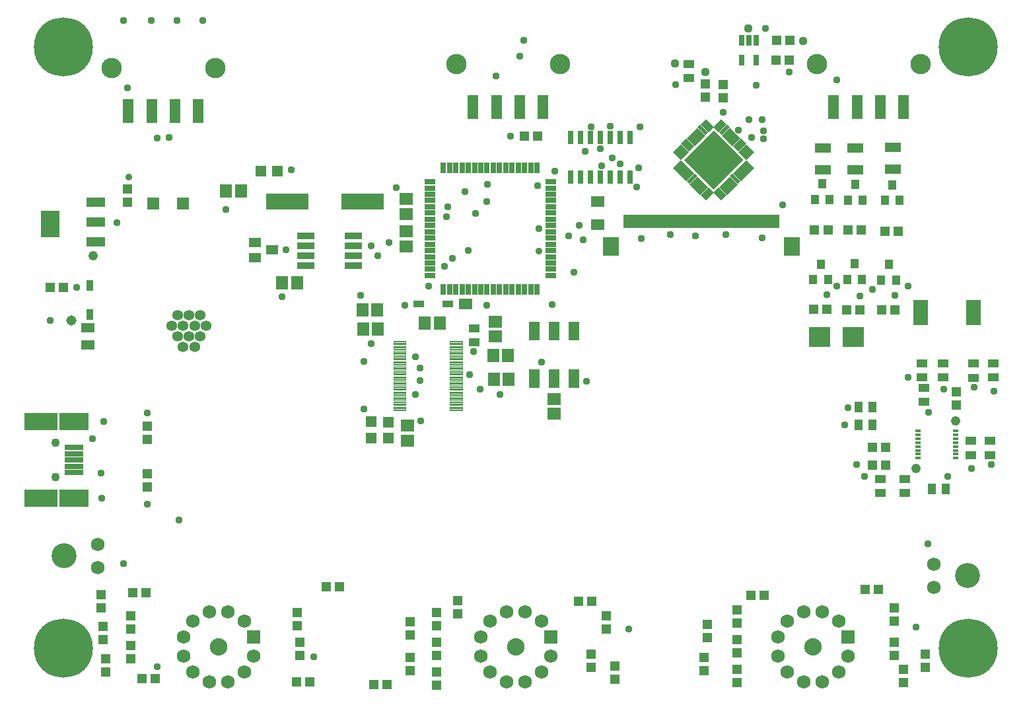
<source format=gts>
G75*
%MOIN*%
%OFA0B0*%
%FSLAX25Y25*%
%IPPOS*%
%LPD*%
%AMOC8*
5,1,8,0,0,1.08239X$1,22.5*
%
%ADD10R,0.06706X0.05918*%
%ADD11R,0.05131X0.04737*%
%ADD12R,0.05524X0.03950*%
%ADD13R,0.05918X0.06706*%
%ADD14R,0.04737X0.05131*%
%ADD15R,0.05524X0.03556*%
%ADD16R,0.07887X0.04737*%
%ADD17R,0.05800X0.09383*%
%ADD18R,0.05500X0.03000*%
%ADD19R,0.03000X0.05500*%
%ADD20R,0.08800X0.03400*%
%ADD21R,0.06312X0.04737*%
%ADD22C,0.00460*%
%ADD23R,0.07099X0.05524*%
%ADD24R,0.02000X0.06700*%
%ADD25R,0.07900X0.09500*%
%ADD26R,0.05524X0.05524*%
%ADD27R,0.21800X0.08400*%
%ADD28R,0.03300X0.05800*%
%ADD29R,0.03950X0.04643*%
%ADD30R,0.01900X0.05700*%
%ADD31R,0.21100X0.21100*%
%ADD32C,0.04100*%
%ADD33R,0.02965X0.05524*%
%ADD34R,0.03000X0.07100*%
%ADD35C,0.06800*%
%ADD36R,0.06800X0.06800*%
%ADD37C,0.08800*%
%ADD38R,0.07690X0.12611*%
%ADD39R,0.03950X0.05524*%
%ADD40R,0.03162X0.01784*%
%ADD41R,0.10643X0.09855*%
%ADD42C,0.05359*%
%ADD43R,0.06312X0.06312*%
%ADD44R,0.09265X0.13595*%
%ADD45R,0.09265X0.04540*%
%ADD46C,0.04343*%
%ADD47R,0.09658X0.02769*%
%ADD48R,0.16548X0.08871*%
%ADD49R,0.14580X0.08871*%
%ADD50C,0.10288*%
%ADD51R,0.05800X0.12296*%
%ADD52C,0.06824*%
%ADD53C,0.12611*%
%ADD54R,0.06706X0.04737*%
%ADD55R,0.03556X0.05524*%
%ADD56C,0.03778*%
%ADD57C,0.29800*%
%ADD58C,0.04762*%
%ADD59C,0.03581*%
%ADD60C,0.04369*%
%ADD61C,0.05156*%
D10*
X0365962Y0239549D03*
X0365962Y0247029D03*
X0410320Y0292167D03*
X0410320Y0299647D03*
X0440040Y0260569D03*
X0440040Y0253088D03*
X0365314Y0337619D03*
X0365314Y0345099D03*
X0365294Y0353885D03*
X0365294Y0361366D03*
D11*
X0425177Y0393244D03*
X0431870Y0393244D03*
X0552143Y0431330D03*
X0558836Y0431330D03*
X0558974Y0441530D03*
X0552281Y0441530D03*
X0571585Y0345714D03*
X0578278Y0345714D03*
X0588389Y0345714D03*
X0595082Y0345714D03*
X0606989Y0345214D03*
X0613682Y0345214D03*
X0611978Y0305514D03*
X0605285Y0305514D03*
X0594578Y0305627D03*
X0587885Y0305627D03*
X0577619Y0305761D03*
X0570926Y0305761D03*
X0600724Y0236176D03*
X0607417Y0236176D03*
X0607417Y0227176D03*
X0600724Y0227176D03*
X0611848Y0155205D03*
X0611848Y0148512D03*
X0611848Y0137705D03*
X0611848Y0131012D03*
X0616348Y0124205D03*
X0616348Y0117512D03*
X0627348Y0125012D03*
X0627348Y0131705D03*
X0532348Y0132512D03*
X0532348Y0139205D03*
X0532348Y0147512D03*
X0532348Y0154205D03*
X0517348Y0146705D03*
X0517348Y0140012D03*
X0515848Y0130205D03*
X0515848Y0123512D03*
X0532348Y0124205D03*
X0532348Y0117512D03*
X0470848Y0119012D03*
X0470848Y0125705D03*
X0458848Y0125012D03*
X0458848Y0131705D03*
X0466348Y0144512D03*
X0466348Y0151205D03*
X0391348Y0152012D03*
X0391348Y0158705D03*
X0380848Y0152705D03*
X0380848Y0146012D03*
X0367348Y0148205D03*
X0367348Y0141512D03*
X0380848Y0137705D03*
X0380848Y0131012D03*
X0367348Y0130205D03*
X0367348Y0123512D03*
X0380848Y0122705D03*
X0380848Y0116012D03*
X0311848Y0131012D03*
X0311848Y0137705D03*
X0310348Y0146012D03*
X0310348Y0152705D03*
X0226348Y0151205D03*
X0226348Y0144512D03*
X0226348Y0136205D03*
X0226348Y0129512D03*
X0213848Y0129405D03*
X0213848Y0122712D03*
X0212448Y0139012D03*
X0212448Y0145705D03*
X0211348Y0155012D03*
X0211348Y0161705D03*
X0192518Y0316896D03*
X0185825Y0316896D03*
D12*
X0399686Y0296254D03*
X0399686Y0289168D03*
X0604645Y0220142D03*
X0604645Y0213056D03*
X0616983Y0213008D03*
X0616983Y0220095D03*
X0650270Y0232283D03*
X0659970Y0232283D03*
X0659970Y0239370D03*
X0650270Y0239370D03*
X0626870Y0259033D03*
X0626870Y0266120D03*
X0625670Y0271333D03*
X0625670Y0278420D03*
X0636270Y0278420D03*
X0636270Y0271333D03*
X0651770Y0271233D03*
X0651770Y0278320D03*
X0661670Y0278420D03*
X0661670Y0271333D03*
X0508172Y0422453D03*
X0508172Y0429539D03*
D13*
X0350858Y0305636D03*
X0343377Y0305636D03*
X0343648Y0295761D03*
X0351129Y0295761D03*
X0374880Y0298881D03*
X0382361Y0298881D03*
X0409367Y0282587D03*
X0416848Y0282587D03*
X0417226Y0270407D03*
X0409746Y0270407D03*
X0310263Y0319281D03*
X0302783Y0319281D03*
X0281954Y0365635D03*
X0274473Y0365635D03*
D14*
X0224644Y0366452D03*
X0224644Y0359759D03*
X0234848Y0246705D03*
X0234848Y0240012D03*
X0234848Y0222705D03*
X0234848Y0216012D03*
X0234195Y0162858D03*
X0227502Y0162858D03*
X0232002Y0119358D03*
X0238695Y0119358D03*
X0310002Y0117858D03*
X0316695Y0117858D03*
X0349002Y0116358D03*
X0355695Y0116358D03*
X0331695Y0165858D03*
X0325002Y0165858D03*
X0452502Y0158358D03*
X0459195Y0158358D03*
X0539502Y0161358D03*
X0546195Y0161358D03*
X0597002Y0164358D03*
X0603695Y0164358D03*
X0642970Y0257330D03*
X0642970Y0264023D03*
X0525265Y0412603D03*
X0525265Y0419296D03*
X0516566Y0419503D03*
X0516566Y0412810D03*
D15*
X0386311Y0308407D03*
X0371744Y0308407D03*
D16*
X0575703Y0376287D03*
X0575703Y0387310D03*
X0592239Y0387239D03*
X0592239Y0376215D03*
X0611081Y0376510D03*
X0611081Y0387534D03*
D17*
X0450008Y0294862D03*
X0440008Y0294862D03*
X0430008Y0294862D03*
X0430008Y0270846D03*
X0440008Y0270846D03*
X0450008Y0270846D03*
D18*
X0438357Y0322865D03*
X0438357Y0326015D03*
X0438357Y0329165D03*
X0438357Y0332314D03*
X0438357Y0335464D03*
X0438357Y0338613D03*
X0438357Y0341763D03*
X0438357Y0344913D03*
X0438357Y0348062D03*
X0438357Y0351212D03*
X0438357Y0354361D03*
X0438357Y0357511D03*
X0438357Y0360661D03*
X0438357Y0363810D03*
X0438357Y0366960D03*
X0438357Y0370109D03*
X0377257Y0370109D03*
X0377257Y0366960D03*
X0377257Y0363810D03*
X0377257Y0360661D03*
X0377257Y0357511D03*
X0377257Y0354361D03*
X0377257Y0351212D03*
X0377257Y0348062D03*
X0377257Y0344913D03*
X0377257Y0341763D03*
X0377257Y0338613D03*
X0377257Y0335464D03*
X0377257Y0332314D03*
X0377257Y0329165D03*
X0377257Y0326015D03*
X0377257Y0322865D03*
D19*
X0384185Y0315937D03*
X0387335Y0315937D03*
X0390485Y0315937D03*
X0393634Y0315937D03*
X0396784Y0315937D03*
X0399933Y0315937D03*
X0403083Y0315937D03*
X0406233Y0315937D03*
X0409382Y0315937D03*
X0412532Y0315937D03*
X0415681Y0315937D03*
X0418831Y0315937D03*
X0421981Y0315937D03*
X0425130Y0315937D03*
X0428280Y0315937D03*
X0431429Y0315937D03*
X0431429Y0377037D03*
X0428280Y0377037D03*
X0425130Y0377037D03*
X0421981Y0377037D03*
X0418831Y0377037D03*
X0415681Y0377037D03*
X0412532Y0377037D03*
X0409382Y0377037D03*
X0406233Y0377037D03*
X0403083Y0377037D03*
X0399933Y0377037D03*
X0396784Y0377037D03*
X0393634Y0377037D03*
X0390485Y0377037D03*
X0387335Y0377037D03*
X0384185Y0377037D03*
D20*
X0338802Y0342976D03*
X0338802Y0337976D03*
X0338802Y0332976D03*
X0338802Y0327976D03*
X0314602Y0327976D03*
X0314602Y0332976D03*
X0314602Y0337976D03*
X0314602Y0342976D03*
D21*
X0297703Y0335688D03*
X0289041Y0331948D03*
X0289041Y0339428D03*
D22*
X0365243Y0289870D02*
X0365243Y0288030D01*
X0359003Y0288030D01*
X0359003Y0289870D01*
X0365243Y0289870D01*
X0365243Y0288489D02*
X0359003Y0288489D01*
X0359003Y0288948D02*
X0365243Y0288948D01*
X0365243Y0289407D02*
X0359003Y0289407D01*
X0359003Y0289866D02*
X0365243Y0289866D01*
X0365243Y0287311D02*
X0365243Y0285471D01*
X0359003Y0285471D01*
X0359003Y0287311D01*
X0365243Y0287311D01*
X0365243Y0285930D02*
X0359003Y0285930D01*
X0359003Y0286389D02*
X0365243Y0286389D01*
X0365243Y0286848D02*
X0359003Y0286848D01*
X0359003Y0287307D02*
X0365243Y0287307D01*
X0365243Y0284751D02*
X0365243Y0282911D01*
X0359003Y0282911D01*
X0359003Y0284751D01*
X0365243Y0284751D01*
X0365243Y0283370D02*
X0359003Y0283370D01*
X0359003Y0283829D02*
X0365243Y0283829D01*
X0365243Y0284288D02*
X0359003Y0284288D01*
X0359003Y0284747D02*
X0365243Y0284747D01*
X0365243Y0282192D02*
X0365243Y0280352D01*
X0359003Y0280352D01*
X0359003Y0282192D01*
X0365243Y0282192D01*
X0365243Y0280811D02*
X0359003Y0280811D01*
X0359003Y0281270D02*
X0365243Y0281270D01*
X0365243Y0281729D02*
X0359003Y0281729D01*
X0359003Y0282188D02*
X0365243Y0282188D01*
X0365243Y0279633D02*
X0365243Y0277793D01*
X0359003Y0277793D01*
X0359003Y0279633D01*
X0365243Y0279633D01*
X0365243Y0278252D02*
X0359003Y0278252D01*
X0359003Y0278711D02*
X0365243Y0278711D01*
X0365243Y0279170D02*
X0359003Y0279170D01*
X0359003Y0279629D02*
X0365243Y0279629D01*
X0365243Y0277074D02*
X0365243Y0275234D01*
X0359003Y0275234D01*
X0359003Y0277074D01*
X0365243Y0277074D01*
X0365243Y0275693D02*
X0359003Y0275693D01*
X0359003Y0276152D02*
X0365243Y0276152D01*
X0365243Y0276611D02*
X0359003Y0276611D01*
X0359003Y0277070D02*
X0365243Y0277070D01*
X0365243Y0274515D02*
X0365243Y0272675D01*
X0359003Y0272675D01*
X0359003Y0274515D01*
X0365243Y0274515D01*
X0365243Y0273134D02*
X0359003Y0273134D01*
X0359003Y0273593D02*
X0365243Y0273593D01*
X0365243Y0274052D02*
X0359003Y0274052D01*
X0359003Y0274511D02*
X0365243Y0274511D01*
X0365243Y0271956D02*
X0365243Y0270116D01*
X0359003Y0270116D01*
X0359003Y0271956D01*
X0365243Y0271956D01*
X0365243Y0270575D02*
X0359003Y0270575D01*
X0359003Y0271034D02*
X0365243Y0271034D01*
X0365243Y0271493D02*
X0359003Y0271493D01*
X0359003Y0271952D02*
X0365243Y0271952D01*
X0365243Y0269397D02*
X0365243Y0267557D01*
X0359003Y0267557D01*
X0359003Y0269397D01*
X0365243Y0269397D01*
X0365243Y0268016D02*
X0359003Y0268016D01*
X0359003Y0268475D02*
X0365243Y0268475D01*
X0365243Y0268934D02*
X0359003Y0268934D01*
X0359003Y0269393D02*
X0365243Y0269393D01*
X0365243Y0266838D02*
X0365243Y0264998D01*
X0359003Y0264998D01*
X0359003Y0266838D01*
X0365243Y0266838D01*
X0365243Y0265457D02*
X0359003Y0265457D01*
X0359003Y0265916D02*
X0365243Y0265916D01*
X0365243Y0266375D02*
X0359003Y0266375D01*
X0359003Y0266834D02*
X0365243Y0266834D01*
X0365243Y0264279D02*
X0365243Y0262439D01*
X0359003Y0262439D01*
X0359003Y0264279D01*
X0365243Y0264279D01*
X0365243Y0262898D02*
X0359003Y0262898D01*
X0359003Y0263357D02*
X0365243Y0263357D01*
X0365243Y0263816D02*
X0359003Y0263816D01*
X0359003Y0264275D02*
X0365243Y0264275D01*
X0365243Y0261720D02*
X0365243Y0259880D01*
X0359003Y0259880D01*
X0359003Y0261720D01*
X0365243Y0261720D01*
X0365243Y0260339D02*
X0359003Y0260339D01*
X0359003Y0260798D02*
X0365243Y0260798D01*
X0365243Y0261257D02*
X0359003Y0261257D01*
X0359003Y0261716D02*
X0365243Y0261716D01*
X0365243Y0259161D02*
X0365243Y0257321D01*
X0359003Y0257321D01*
X0359003Y0259161D01*
X0365243Y0259161D01*
X0365243Y0257780D02*
X0359003Y0257780D01*
X0359003Y0258239D02*
X0365243Y0258239D01*
X0365243Y0258698D02*
X0359003Y0258698D01*
X0359003Y0259157D02*
X0365243Y0259157D01*
X0365243Y0256602D02*
X0365243Y0254762D01*
X0359003Y0254762D01*
X0359003Y0256602D01*
X0365243Y0256602D01*
X0365243Y0255221D02*
X0359003Y0255221D01*
X0359003Y0255680D02*
X0365243Y0255680D01*
X0365243Y0256139D02*
X0359003Y0256139D01*
X0359003Y0256598D02*
X0365243Y0256598D01*
X0393786Y0256602D02*
X0393786Y0254762D01*
X0387546Y0254762D01*
X0387546Y0256602D01*
X0393786Y0256602D01*
X0393786Y0255221D02*
X0387546Y0255221D01*
X0387546Y0255680D02*
X0393786Y0255680D01*
X0393786Y0256139D02*
X0387546Y0256139D01*
X0387546Y0256598D02*
X0393786Y0256598D01*
X0393786Y0257321D02*
X0393786Y0259161D01*
X0393786Y0257321D02*
X0387546Y0257321D01*
X0387546Y0259161D01*
X0393786Y0259161D01*
X0393786Y0257780D02*
X0387546Y0257780D01*
X0387546Y0258239D02*
X0393786Y0258239D01*
X0393786Y0258698D02*
X0387546Y0258698D01*
X0387546Y0259157D02*
X0393786Y0259157D01*
X0393786Y0259880D02*
X0393786Y0261720D01*
X0393786Y0259880D02*
X0387546Y0259880D01*
X0387546Y0261720D01*
X0393786Y0261720D01*
X0393786Y0260339D02*
X0387546Y0260339D01*
X0387546Y0260798D02*
X0393786Y0260798D01*
X0393786Y0261257D02*
X0387546Y0261257D01*
X0387546Y0261716D02*
X0393786Y0261716D01*
X0393786Y0262439D02*
X0393786Y0264279D01*
X0393786Y0262439D02*
X0387546Y0262439D01*
X0387546Y0264279D01*
X0393786Y0264279D01*
X0393786Y0262898D02*
X0387546Y0262898D01*
X0387546Y0263357D02*
X0393786Y0263357D01*
X0393786Y0263816D02*
X0387546Y0263816D01*
X0387546Y0264275D02*
X0393786Y0264275D01*
X0393786Y0264998D02*
X0393786Y0266838D01*
X0393786Y0264998D02*
X0387546Y0264998D01*
X0387546Y0266838D01*
X0393786Y0266838D01*
X0393786Y0265457D02*
X0387546Y0265457D01*
X0387546Y0265916D02*
X0393786Y0265916D01*
X0393786Y0266375D02*
X0387546Y0266375D01*
X0387546Y0266834D02*
X0393786Y0266834D01*
X0393786Y0267557D02*
X0393786Y0269397D01*
X0393786Y0267557D02*
X0387546Y0267557D01*
X0387546Y0269397D01*
X0393786Y0269397D01*
X0393786Y0268016D02*
X0387546Y0268016D01*
X0387546Y0268475D02*
X0393786Y0268475D01*
X0393786Y0268934D02*
X0387546Y0268934D01*
X0387546Y0269393D02*
X0393786Y0269393D01*
X0393786Y0270116D02*
X0393786Y0271956D01*
X0393786Y0270116D02*
X0387546Y0270116D01*
X0387546Y0271956D01*
X0393786Y0271956D01*
X0393786Y0270575D02*
X0387546Y0270575D01*
X0387546Y0271034D02*
X0393786Y0271034D01*
X0393786Y0271493D02*
X0387546Y0271493D01*
X0387546Y0271952D02*
X0393786Y0271952D01*
X0393786Y0272675D02*
X0393786Y0274515D01*
X0393786Y0272675D02*
X0387546Y0272675D01*
X0387546Y0274515D01*
X0393786Y0274515D01*
X0393786Y0273134D02*
X0387546Y0273134D01*
X0387546Y0273593D02*
X0393786Y0273593D01*
X0393786Y0274052D02*
X0387546Y0274052D01*
X0387546Y0274511D02*
X0393786Y0274511D01*
X0393786Y0275234D02*
X0393786Y0277074D01*
X0393786Y0275234D02*
X0387546Y0275234D01*
X0387546Y0277074D01*
X0393786Y0277074D01*
X0393786Y0275693D02*
X0387546Y0275693D01*
X0387546Y0276152D02*
X0393786Y0276152D01*
X0393786Y0276611D02*
X0387546Y0276611D01*
X0387546Y0277070D02*
X0393786Y0277070D01*
X0393786Y0277793D02*
X0393786Y0279633D01*
X0393786Y0277793D02*
X0387546Y0277793D01*
X0387546Y0279633D01*
X0393786Y0279633D01*
X0393786Y0278252D02*
X0387546Y0278252D01*
X0387546Y0278711D02*
X0393786Y0278711D01*
X0393786Y0279170D02*
X0387546Y0279170D01*
X0387546Y0279629D02*
X0393786Y0279629D01*
X0393786Y0280352D02*
X0393786Y0282192D01*
X0393786Y0280352D02*
X0387546Y0280352D01*
X0387546Y0282192D01*
X0393786Y0282192D01*
X0393786Y0280811D02*
X0387546Y0280811D01*
X0387546Y0281270D02*
X0393786Y0281270D01*
X0393786Y0281729D02*
X0387546Y0281729D01*
X0387546Y0282188D02*
X0393786Y0282188D01*
X0393786Y0282911D02*
X0393786Y0284751D01*
X0393786Y0282911D02*
X0387546Y0282911D01*
X0387546Y0284751D01*
X0393786Y0284751D01*
X0393786Y0283370D02*
X0387546Y0283370D01*
X0387546Y0283829D02*
X0393786Y0283829D01*
X0393786Y0284288D02*
X0387546Y0284288D01*
X0387546Y0284747D02*
X0393786Y0284747D01*
X0393786Y0285471D02*
X0393786Y0287311D01*
X0393786Y0285471D02*
X0387546Y0285471D01*
X0387546Y0287311D01*
X0393786Y0287311D01*
X0393786Y0285930D02*
X0387546Y0285930D01*
X0387546Y0286389D02*
X0393786Y0286389D01*
X0393786Y0286848D02*
X0387546Y0286848D01*
X0387546Y0287307D02*
X0393786Y0287307D01*
X0393786Y0288030D02*
X0393786Y0289870D01*
X0393786Y0288030D02*
X0387546Y0288030D01*
X0387546Y0289870D01*
X0393786Y0289870D01*
X0393786Y0288489D02*
X0387546Y0288489D01*
X0387546Y0288948D02*
X0393786Y0288948D01*
X0393786Y0289407D02*
X0387546Y0289407D01*
X0387546Y0289866D02*
X0393786Y0289866D01*
D23*
X0462040Y0348354D03*
X0462040Y0360165D03*
D24*
X0476003Y0350161D03*
X0478003Y0350161D03*
X0480003Y0350161D03*
X0481903Y0350161D03*
X0483903Y0350161D03*
X0485903Y0350161D03*
X0487803Y0350161D03*
X0489803Y0350161D03*
X0491803Y0350161D03*
X0493703Y0350161D03*
X0495703Y0350161D03*
X0497703Y0350161D03*
X0499603Y0350161D03*
X0501603Y0350161D03*
X0503603Y0350161D03*
X0505503Y0350161D03*
X0507503Y0350161D03*
X0509503Y0350161D03*
X0511403Y0350161D03*
X0513403Y0350161D03*
X0515403Y0350161D03*
X0517403Y0350161D03*
X0519303Y0350161D03*
X0521303Y0350161D03*
X0523303Y0350161D03*
X0525203Y0350161D03*
X0527203Y0350161D03*
X0529203Y0350161D03*
X0531103Y0350161D03*
X0533103Y0350161D03*
X0535103Y0350161D03*
X0537003Y0350161D03*
X0539003Y0350161D03*
X0541003Y0350161D03*
X0542903Y0350161D03*
X0544903Y0350161D03*
X0546903Y0350161D03*
X0548803Y0350161D03*
X0550803Y0350161D03*
X0552803Y0350161D03*
D25*
X0560203Y0337361D03*
X0468603Y0337361D03*
D26*
X0356525Y0248954D03*
X0356525Y0240686D03*
X0347751Y0240728D03*
X0347751Y0248995D03*
X0300485Y0375470D03*
X0292218Y0375470D03*
D27*
X0305357Y0360201D03*
X0343357Y0360201D03*
D28*
X0393617Y0308407D03*
X0397160Y0308407D03*
D29*
X0570892Y0320677D03*
X0578372Y0320677D03*
X0587992Y0320777D03*
X0595472Y0320777D03*
X0605192Y0320477D03*
X0612672Y0320477D03*
X0608932Y0328351D03*
X0591732Y0328651D03*
X0574632Y0328551D03*
X0571692Y0361177D03*
X0579172Y0361177D03*
X0588292Y0360777D03*
X0595772Y0360777D03*
X0592032Y0368651D03*
X0575432Y0369051D03*
X0606992Y0360677D03*
X0614472Y0360677D03*
X0610732Y0368551D03*
D30*
G36*
X0541167Y0377277D02*
X0539823Y0375933D01*
X0535793Y0379963D01*
X0537137Y0381307D01*
X0541167Y0377277D01*
G37*
G36*
X0539823Y0375933D02*
X0538479Y0374589D01*
X0534449Y0378619D01*
X0535793Y0379963D01*
X0539823Y0375933D01*
G37*
G36*
X0538409Y0374519D02*
X0537065Y0373175D01*
X0533035Y0377205D01*
X0534379Y0378549D01*
X0538409Y0374519D01*
G37*
G36*
X0536995Y0373105D02*
X0535651Y0371761D01*
X0531621Y0375791D01*
X0532965Y0377135D01*
X0536995Y0373105D01*
G37*
G36*
X0535651Y0371761D02*
X0534307Y0370417D01*
X0530277Y0374447D01*
X0531621Y0375791D01*
X0535651Y0371761D01*
G37*
G36*
X0534237Y0370347D02*
X0532893Y0369003D01*
X0528863Y0373033D01*
X0530207Y0374377D01*
X0534237Y0370347D01*
G37*
G36*
X0532823Y0368933D02*
X0531479Y0367589D01*
X0527449Y0371619D01*
X0528793Y0372963D01*
X0532823Y0368933D01*
G37*
G36*
X0531409Y0367519D02*
X0530065Y0366175D01*
X0526035Y0370205D01*
X0527379Y0371549D01*
X0531409Y0367519D01*
G37*
G36*
X0530065Y0366175D02*
X0528721Y0364831D01*
X0524691Y0368861D01*
X0526035Y0370205D01*
X0530065Y0366175D01*
G37*
G36*
X0528651Y0364761D02*
X0527307Y0363417D01*
X0523277Y0367447D01*
X0524621Y0368791D01*
X0528651Y0364761D01*
G37*
G36*
X0527237Y0363347D02*
X0525893Y0362003D01*
X0521863Y0366033D01*
X0523207Y0367377D01*
X0527237Y0363347D01*
G37*
G36*
X0525893Y0362003D02*
X0524549Y0360659D01*
X0520519Y0364689D01*
X0521863Y0366033D01*
X0525893Y0362003D01*
G37*
G36*
X0519317Y0366033D02*
X0520661Y0364689D01*
X0516631Y0360659D01*
X0515287Y0362003D01*
X0519317Y0366033D01*
G37*
G36*
X0517973Y0367377D02*
X0519317Y0366033D01*
X0515287Y0362003D01*
X0513943Y0363347D01*
X0517973Y0367377D01*
G37*
G36*
X0516559Y0368791D02*
X0517903Y0367447D01*
X0513873Y0363417D01*
X0512529Y0364761D01*
X0516559Y0368791D01*
G37*
G36*
X0515145Y0370205D02*
X0516489Y0368861D01*
X0512459Y0364831D01*
X0511115Y0366175D01*
X0515145Y0370205D01*
G37*
G36*
X0513801Y0371549D02*
X0515145Y0370205D01*
X0511115Y0366175D01*
X0509771Y0367519D01*
X0513801Y0371549D01*
G37*
G36*
X0512387Y0372963D02*
X0513731Y0371619D01*
X0509701Y0367589D01*
X0508357Y0368933D01*
X0512387Y0372963D01*
G37*
G36*
X0510973Y0374377D02*
X0512317Y0373033D01*
X0508287Y0369003D01*
X0506943Y0370347D01*
X0510973Y0374377D01*
G37*
G36*
X0509559Y0375791D02*
X0510903Y0374447D01*
X0506873Y0370417D01*
X0505529Y0371761D01*
X0509559Y0375791D01*
G37*
G36*
X0508215Y0377135D02*
X0509559Y0375791D01*
X0505529Y0371761D01*
X0504185Y0373105D01*
X0508215Y0377135D01*
G37*
G36*
X0506801Y0378549D02*
X0508145Y0377205D01*
X0504115Y0373175D01*
X0502771Y0374519D01*
X0506801Y0378549D01*
G37*
G36*
X0505387Y0379963D02*
X0506731Y0378619D01*
X0502701Y0374589D01*
X0501357Y0375933D01*
X0505387Y0379963D01*
G37*
G36*
X0504043Y0381307D02*
X0505387Y0379963D01*
X0501357Y0375933D01*
X0500013Y0377277D01*
X0504043Y0381307D01*
G37*
G36*
X0505387Y0382509D02*
X0504043Y0381165D01*
X0500013Y0385195D01*
X0501357Y0386539D01*
X0505387Y0382509D01*
G37*
G36*
X0506731Y0383853D02*
X0505387Y0382509D01*
X0501357Y0386539D01*
X0502701Y0387883D01*
X0506731Y0383853D01*
G37*
G36*
X0508145Y0385267D02*
X0506801Y0383923D01*
X0502771Y0387953D01*
X0504115Y0389297D01*
X0508145Y0385267D01*
G37*
G36*
X0509559Y0386681D02*
X0508215Y0385337D01*
X0504185Y0389367D01*
X0505529Y0390711D01*
X0509559Y0386681D01*
G37*
G36*
X0510903Y0388025D02*
X0509559Y0386681D01*
X0505529Y0390711D01*
X0506873Y0392055D01*
X0510903Y0388025D01*
G37*
G36*
X0512317Y0389439D02*
X0510973Y0388095D01*
X0506943Y0392125D01*
X0508287Y0393469D01*
X0512317Y0389439D01*
G37*
G36*
X0513731Y0390853D02*
X0512387Y0389509D01*
X0508357Y0393539D01*
X0509701Y0394883D01*
X0513731Y0390853D01*
G37*
G36*
X0515145Y0392268D02*
X0513801Y0390924D01*
X0509771Y0394954D01*
X0511115Y0396298D01*
X0515145Y0392268D01*
G37*
G36*
X0516489Y0393611D02*
X0515145Y0392267D01*
X0511115Y0396297D01*
X0512459Y0397641D01*
X0516489Y0393611D01*
G37*
G36*
X0517903Y0395025D02*
X0516559Y0393681D01*
X0512529Y0397711D01*
X0513873Y0399055D01*
X0517903Y0395025D01*
G37*
G36*
X0519317Y0396439D02*
X0517973Y0395095D01*
X0513943Y0399125D01*
X0515287Y0400469D01*
X0519317Y0396439D01*
G37*
G36*
X0520661Y0397783D02*
X0519317Y0396439D01*
X0515287Y0400469D01*
X0516631Y0401813D01*
X0520661Y0397783D01*
G37*
G36*
X0524549Y0401813D02*
X0525893Y0400469D01*
X0521863Y0396439D01*
X0520519Y0397783D01*
X0524549Y0401813D01*
G37*
G36*
X0525893Y0400469D02*
X0527237Y0399125D01*
X0523207Y0395095D01*
X0521863Y0396439D01*
X0525893Y0400469D01*
G37*
G36*
X0527307Y0399055D02*
X0528651Y0397711D01*
X0524621Y0393681D01*
X0523277Y0395025D01*
X0527307Y0399055D01*
G37*
G36*
X0528721Y0397641D02*
X0530065Y0396297D01*
X0526035Y0392267D01*
X0524691Y0393611D01*
X0528721Y0397641D01*
G37*
G36*
X0530065Y0396298D02*
X0531409Y0394954D01*
X0527379Y0390924D01*
X0526035Y0392268D01*
X0530065Y0396298D01*
G37*
G36*
X0531479Y0394883D02*
X0532823Y0393539D01*
X0528793Y0389509D01*
X0527449Y0390853D01*
X0531479Y0394883D01*
G37*
G36*
X0532893Y0393469D02*
X0534237Y0392125D01*
X0530207Y0388095D01*
X0528863Y0389439D01*
X0532893Y0393469D01*
G37*
G36*
X0534307Y0392055D02*
X0535651Y0390711D01*
X0531621Y0386681D01*
X0530277Y0388025D01*
X0534307Y0392055D01*
G37*
G36*
X0535651Y0390711D02*
X0536995Y0389367D01*
X0532965Y0385337D01*
X0531621Y0386681D01*
X0535651Y0390711D01*
G37*
G36*
X0537065Y0389297D02*
X0538409Y0387953D01*
X0534379Y0383923D01*
X0533035Y0385267D01*
X0537065Y0389297D01*
G37*
G36*
X0538479Y0387883D02*
X0539823Y0386539D01*
X0535793Y0382509D01*
X0534449Y0383853D01*
X0538479Y0387883D01*
G37*
G36*
X0539823Y0386539D02*
X0541167Y0385195D01*
X0537137Y0381165D01*
X0535793Y0382509D01*
X0539823Y0386539D01*
G37*
D31*
G36*
X0505671Y0381236D02*
X0520590Y0396155D01*
X0535509Y0381236D01*
X0520590Y0366317D01*
X0505671Y0381236D01*
G37*
D32*
X0509276Y0381236D03*
X0514933Y0386893D03*
X0520590Y0392550D03*
X0526954Y0386186D03*
X0531904Y0381236D03*
X0526247Y0375579D03*
X0521297Y0380529D03*
X0515640Y0374872D03*
X0520590Y0369922D03*
D33*
X0534636Y0431357D03*
X0542117Y0431357D03*
X0542117Y0441594D03*
X0538377Y0441594D03*
X0534636Y0441594D03*
D34*
X0478460Y0392324D03*
X0473460Y0392324D03*
X0468460Y0392324D03*
X0463460Y0392324D03*
X0458460Y0392324D03*
X0453460Y0392324D03*
X0448460Y0392324D03*
X0448460Y0372324D03*
X0453460Y0372324D03*
X0458460Y0372324D03*
X0463460Y0372324D03*
X0468460Y0372324D03*
X0473460Y0372324D03*
X0478460Y0372324D03*
D35*
X0425490Y0153302D03*
X0416018Y0153302D03*
X0407814Y0148566D03*
X0403078Y0140362D03*
X0403074Y0130890D03*
X0407814Y0122686D03*
X0416018Y0117946D03*
X0425490Y0117946D03*
X0433694Y0122686D03*
X0438430Y0130890D03*
X0433694Y0148566D03*
X0553078Y0140362D03*
X0557814Y0148566D03*
X0566018Y0153302D03*
X0575490Y0153302D03*
X0583694Y0148566D03*
X0588430Y0130890D03*
X0583694Y0122686D03*
X0575490Y0117946D03*
X0566018Y0117946D03*
X0557814Y0122686D03*
X0553074Y0130890D03*
X0288430Y0130890D03*
X0283694Y0122686D03*
X0275490Y0117946D03*
X0266018Y0117946D03*
X0257814Y0122686D03*
X0253074Y0130890D03*
X0253078Y0140362D03*
X0257814Y0148566D03*
X0266018Y0153302D03*
X0275490Y0153302D03*
X0283694Y0148566D03*
D36*
X0288430Y0140362D03*
X0438430Y0140362D03*
X0588430Y0140362D03*
D37*
X0570754Y0135626D03*
X0420754Y0135626D03*
X0270754Y0135626D03*
D38*
X0625209Y0304142D03*
X0651685Y0304142D03*
D39*
X0600714Y0256476D03*
X0593627Y0256476D03*
X0593627Y0247476D03*
X0600714Y0247476D03*
X0630651Y0215213D03*
X0637737Y0215213D03*
D40*
X0642719Y0230687D03*
X0642719Y0232655D03*
X0642719Y0234624D03*
X0642719Y0236592D03*
X0642719Y0238561D03*
X0642719Y0240529D03*
X0642719Y0242498D03*
X0642719Y0244466D03*
X0623822Y0244466D03*
X0623822Y0242498D03*
X0623822Y0240529D03*
X0623822Y0238561D03*
X0623822Y0236592D03*
X0623822Y0234624D03*
X0623822Y0232655D03*
X0623822Y0230687D03*
D41*
X0591035Y0291676D03*
X0574106Y0291676D03*
D42*
X0264258Y0297512D03*
X0258588Y0297512D03*
X0252919Y0297512D03*
X0247250Y0297512D03*
X0250085Y0302827D03*
X0255754Y0302827D03*
X0261423Y0302827D03*
X0261423Y0292197D03*
X0255754Y0292197D03*
X0250085Y0292197D03*
X0252919Y0286882D03*
X0258588Y0286882D03*
D43*
X0252712Y0359302D03*
X0237751Y0359302D03*
D44*
X0185880Y0348786D03*
D45*
X0208714Y0349731D03*
X0208714Y0359731D03*
X0208714Y0339731D03*
D46*
X0188470Y0238461D03*
X0188470Y0221138D03*
D47*
X0197624Y0223500D03*
X0197624Y0226650D03*
X0197624Y0229799D03*
X0197624Y0232949D03*
X0197624Y0236098D03*
D48*
X0180990Y0249189D03*
X0180990Y0210409D03*
D49*
X0197722Y0210409D03*
X0197722Y0249189D03*
D50*
X0216667Y0427358D03*
X0269029Y0427358D03*
X0390667Y0429358D03*
X0443029Y0429358D03*
X0572667Y0429358D03*
X0625029Y0429358D03*
D51*
X0616565Y0407823D03*
X0604754Y0407823D03*
X0592943Y0407823D03*
X0581132Y0407823D03*
X0434565Y0407823D03*
X0422754Y0407823D03*
X0410943Y0407823D03*
X0399132Y0407823D03*
X0260565Y0405823D03*
X0248754Y0405823D03*
X0236943Y0405823D03*
X0225132Y0405823D03*
D52*
X0209856Y0187264D03*
X0209856Y0175453D03*
X0631840Y0177264D03*
X0631840Y0165453D03*
D53*
X0648848Y0171358D03*
X0192848Y0181358D03*
D54*
X0204833Y0287799D03*
X0204833Y0296461D03*
D55*
X0205730Y0303130D03*
X0205730Y0317697D03*
D56*
X0199100Y0316807D03*
X0185714Y0300272D03*
X0212705Y0249291D03*
X0206974Y0240429D03*
X0211305Y0223106D03*
X0211699Y0210508D03*
X0234848Y0207358D03*
X0250848Y0199358D03*
X0222848Y0177358D03*
X0239848Y0125358D03*
X0318785Y0130587D03*
X0477691Y0144466D03*
X0596848Y0221358D03*
X0592848Y0227358D03*
X0586848Y0247358D03*
X0588581Y0256177D03*
X0618848Y0271358D03*
X0636848Y0265358D03*
X0651966Y0266413D03*
X0662009Y0264620D03*
X0629182Y0253798D03*
X0650848Y0225358D03*
X0660848Y0227358D03*
X0638848Y0221358D03*
X0628848Y0187358D03*
X0622848Y0145358D03*
X0456581Y0269563D03*
X0433903Y0279024D03*
X0412763Y0262764D03*
X0402848Y0265358D03*
X0397525Y0272713D03*
X0399494Y0284524D03*
X0372414Y0276154D03*
X0369963Y0281804D03*
X0372360Y0269925D03*
X0370008Y0262947D03*
X0372848Y0249358D03*
X0343982Y0255390D03*
X0343982Y0279406D03*
X0347919Y0288461D03*
X0364848Y0307813D03*
X0376848Y0317358D03*
X0384848Y0327358D03*
X0388848Y0331358D03*
X0396848Y0335358D03*
X0385714Y0352634D03*
X0386502Y0357358D03*
X0395163Y0365232D03*
X0406263Y0368884D03*
X0406187Y0360114D03*
X0400281Y0354209D03*
X0432565Y0346335D03*
X0447525Y0342791D03*
X0454612Y0340823D03*
X0452644Y0348303D03*
X0431818Y0368121D03*
X0440383Y0375584D03*
X0455771Y0385576D03*
X0463403Y0386764D03*
X0469463Y0382284D03*
X0473313Y0379012D03*
X0463982Y0378303D03*
X0482763Y0377164D03*
X0481643Y0367623D03*
X0498707Y0343579D03*
X0511305Y0342791D03*
X0526659Y0343579D03*
X0545089Y0341930D03*
X0555448Y0358458D03*
X0545917Y0391867D03*
X0545757Y0395787D03*
X0545237Y0401547D03*
X0538537Y0401547D03*
X0533187Y0396297D03*
X0539757Y0392407D03*
X0525437Y0405147D03*
X0542117Y0418879D03*
X0558848Y0425358D03*
X0582848Y0421358D03*
X0546738Y0447516D03*
X0501462Y0419169D03*
X0483563Y0397984D03*
X0468392Y0398157D03*
X0458876Y0397977D03*
X0417998Y0393185D03*
X0410848Y0423358D03*
X0422848Y0433358D03*
X0424848Y0441358D03*
X0360518Y0367201D03*
X0356848Y0339358D03*
X0351069Y0332949D03*
X0347919Y0337673D03*
X0342585Y0312692D03*
X0304612Y0335705D03*
X0302644Y0312083D03*
X0274297Y0356177D03*
X0307368Y0376052D03*
X0245588Y0392337D03*
X0239622Y0392219D03*
X0224848Y0417358D03*
X0222848Y0451358D03*
X0236848Y0451358D03*
X0249848Y0451358D03*
X0262848Y0451358D03*
X0219573Y0349484D03*
X0234848Y0253358D03*
X0405963Y0307964D03*
X0439003Y0308204D03*
X0450013Y0324484D03*
X0484140Y0341610D03*
X0577840Y0313264D03*
X0582848Y0317358D03*
X0594376Y0312476D03*
X0600848Y0315759D03*
X0612092Y0312870D03*
X0618848Y0317358D03*
D57*
X0192407Y0134917D03*
X0649100Y0134917D03*
X0649100Y0438067D03*
X0192407Y0438067D03*
D58*
X0207368Y0332949D03*
X0622848Y0225358D03*
X0642848Y0249358D03*
D59*
X0432565Y0335311D03*
X0225431Y0372319D03*
D60*
X0501069Y0429799D03*
X0516423Y0425469D03*
X0538077Y0447516D03*
X0565636Y0441217D03*
D61*
X0196344Y0300272D03*
M02*

</source>
